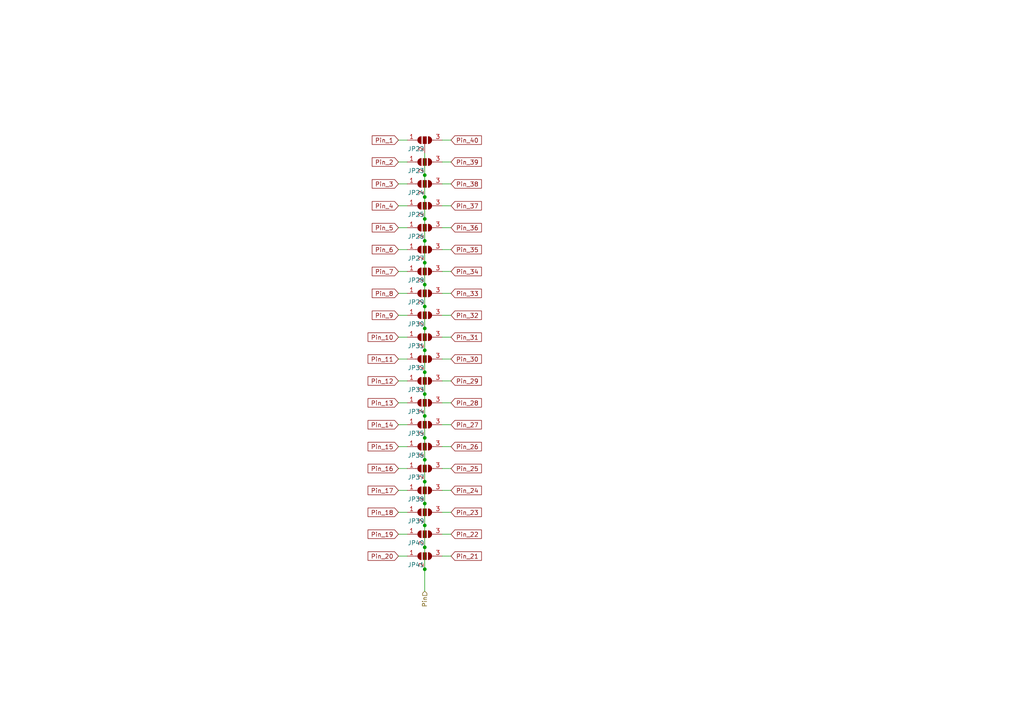
<source format=kicad_sch>
(kicad_sch (version 20221206) (generator eeschema)
  (paper "A4")
  (lib_symbols
    (symbol "Jumper:SolderJumper_3_Open" (pin_names (offset 0) hide)
      (property "Reference" "JP" (at -2.54 -2.54 0))
      (property "Value" "SolderJumper_3_Open" (at 0 2.794 0))
      (symbol "SolderJumper_3_Open_0_1"
        (arc (start -1.016 1.016) (mid -2.0276 0) (end -1.016 -1.016))
        (arc (start -1.016 1.016) (mid -2.0276 0) (end -1.016 -1.016) (fill (type outline)))
        (rectangle (start -0.508 1.016) (end 0.508 -1.016) (fill (type outline)))
        (polyline (pts (xy -2.54 0) (xy -2.032 0)))
        (polyline (pts (xy -1.016 1.016) (xy -1.016 -1.016)))
        (polyline (pts (xy 0 -1.27) (xy 0 -1.016)))
        (polyline (pts (xy 1.016 1.016) (xy 1.016 -1.016)))
        (polyline (pts (xy 2.54 0) (xy 2.032 0)))
        (arc (start 1.016 -1.016) (mid 2.0276 0) (end 1.016 1.016))
        (arc (start 1.016 -1.016) (mid 2.0276 0) (end 1.016 1.016) (fill (type outline)))
      )
      (symbol "SolderJumper_3_Open_1_1"
        (pin passive line (at -5.08 0 0) (length 2.54) (name "A") (number "1"))
        (pin passive line (at 0 -3.81 90) (length 2.54) (name "C") (number "2"))
        (pin passive line (at 5.08 0 180) (length 2.54) (name "B") (number "3"))
      )
    )
  )
  (junction (at 123.19 63.5))
  (junction (at 123.19 127))
  (junction (at 123.19 133.35))
  (junction (at 123.19 152.4))
  (junction (at 123.19 95.25))
  (junction (at 123.19 139.7))
  (junction (at 123.19 88.9))
  (junction (at 123.19 69.85))
  (junction (at 123.19 146.05))
  (junction (at 123.19 158.75))
  (junction (at 123.19 57.15))
  (junction (at 123.19 82.55))
  (junction (at 123.19 76.2))
  (junction (at 123.19 50.8))
  (junction (at 123.19 165.1))
  (junction (at 123.19 107.95))
  (junction (at 123.19 114.3))
  (junction (at 123.19 101.6))
  (junction (at 123.19 120.65))
  (wire (pts (xy 115.57 59.69) (xy 118.11 59.69)))
  (wire (pts (xy 128.27 154.94) (xy 130.81 154.94)))
  (wire (pts (xy 123.19 95.25) (xy 123.19 101.6)))
  (wire (pts (xy 128.27 142.24) (xy 130.81 142.24)))
  (wire (pts (xy 115.57 116.84) (xy 118.11 116.84)))
  (wire (pts (xy 115.57 154.94) (xy 118.11 154.94)))
  (wire (pts (xy 115.57 53.34) (xy 118.11 53.34)))
  (wire (pts (xy 115.57 97.79) (xy 118.11 97.79)))
  (wire (pts (xy 123.19 69.85) (xy 123.19 76.2)))
  (wire (pts (xy 115.57 91.44) (xy 118.11 91.44)))
  (wire (pts (xy 115.57 129.54) (xy 118.11 129.54)))
  (wire (pts (xy 123.19 107.95) (xy 123.19 114.3)))
  (wire (pts (xy 123.19 63.5) (xy 123.19 69.85)))
  (wire (pts (xy 128.27 46.99) (xy 130.81 46.99)))
  (wire (pts (xy 123.19 114.3) (xy 123.19 120.65)))
  (wire (pts (xy 128.27 59.69) (xy 130.81 59.69)))
  (wire (pts (xy 115.57 161.29) (xy 118.11 161.29)))
  (wire (pts (xy 128.27 91.44) (xy 130.81 91.44)))
  (wire (pts (xy 128.27 129.54) (xy 130.81 129.54)))
  (wire (pts (xy 128.27 78.74) (xy 130.81 78.74)))
  (wire (pts (xy 128.27 110.49) (xy 130.81 110.49)))
  (wire (pts (xy 123.19 76.2) (xy 123.19 82.55)))
  (wire (pts (xy 128.27 40.64) (xy 130.81 40.64)))
  (wire (pts (xy 123.19 101.6) (xy 123.19 107.95)))
  (wire (pts (xy 115.57 135.89) (xy 118.11 135.89)))
  (wire (pts (xy 123.19 146.05) (xy 123.19 152.4)))
  (wire (pts (xy 115.57 78.74) (xy 118.11 78.74)))
  (wire (pts (xy 128.27 123.19) (xy 130.81 123.19)))
  (wire (pts (xy 128.27 66.04) (xy 130.81 66.04)))
  (wire (pts (xy 128.27 97.79) (xy 130.81 97.79)))
  (wire (pts (xy 115.57 85.09) (xy 118.11 85.09)))
  (wire (pts (xy 128.27 53.34) (xy 130.81 53.34)))
  (wire (pts (xy 123.19 165.1) (xy 123.19 171.45)))
  (wire (pts (xy 123.19 44.45) (xy 123.19 50.8)))
  (wire (pts (xy 115.57 46.99) (xy 118.11 46.99)))
  (wire (pts (xy 123.19 152.4) (xy 123.19 158.75)))
  (wire (pts (xy 128.27 116.84) (xy 130.81 116.84)))
  (wire (pts (xy 115.57 72.39) (xy 118.11 72.39)))
  (wire (pts (xy 115.57 123.19) (xy 118.11 123.19)))
  (wire (pts (xy 115.57 148.59) (xy 118.11 148.59)))
  (wire (pts (xy 123.19 139.7) (xy 123.19 146.05)))
  (wire (pts (xy 123.19 50.8) (xy 123.19 57.15)))
  (wire (pts (xy 123.19 57.15) (xy 123.19 63.5)))
  (wire (pts (xy 123.19 120.65) (xy 123.19 127)))
  (wire (pts (xy 123.19 158.75) (xy 123.19 165.1)))
  (wire (pts (xy 123.19 127) (xy 123.19 133.35)))
  (wire (pts (xy 123.19 88.9) (xy 123.19 95.25)))
  (wire (pts (xy 115.57 66.04) (xy 118.11 66.04)))
  (wire (pts (xy 123.19 133.35) (xy 123.19 139.7)))
  (wire (pts (xy 128.27 85.09) (xy 130.81 85.09)))
  (wire (pts (xy 128.27 135.89) (xy 130.81 135.89)))
  (wire (pts (xy 115.57 40.64) (xy 118.11 40.64)))
  (wire (pts (xy 123.19 82.55) (xy 123.19 88.9)))
  (wire (pts (xy 128.27 104.14) (xy 130.81 104.14)))
  (wire (pts (xy 128.27 72.39) (xy 130.81 72.39)))
  (wire (pts (xy 115.57 104.14) (xy 118.11 104.14)))
  (wire (pts (xy 115.57 142.24) (xy 118.11 142.24)))
  (wire (pts (xy 128.27 161.29) (xy 130.81 161.29)))
  (wire (pts (xy 128.27 148.59) (xy 130.81 148.59)))
  (wire (pts (xy 115.57 110.49) (xy 118.11 110.49)))
  (global_label "Pin_21" (shape input) (at 130.81 161.29 0) (property "Intersheetrefs" "${INTERSHEET_REFS}" (effects hide)))
  (global_label "Pin_3" (shape input) (at 115.57 53.34 180) (property "Intersheetrefs" "${INTERSHEET_REFS}" (effects hide)))
  (global_label "Pin_9" (shape input) (at 115.57 91.44 180) (property "Intersheetrefs" "${INTERSHEET_REFS}" (effects hide)))
  (global_label "Pin_32" (shape input) (at 130.81 91.44 0) (property "Intersheetrefs" "${INTERSHEET_REFS}" (effects hide)))
  (global_label "Pin_29" (shape input) (at 130.81 110.49 0) (property "Intersheetrefs" "${INTERSHEET_REFS}" (effects hide)))
  (global_label "Pin_20" (shape input) (at 115.57 161.29 180) (property "Intersheetrefs" "${INTERSHEET_REFS}" (effects hide)))
  (global_label "Pin_37" (shape input) (at 130.81 59.69 0) (property "Intersheetrefs" "${INTERSHEET_REFS}" (effects hide)))
  (global_label "Pin_14" (shape input) (at 115.57 123.19 180) (property "Intersheetrefs" "${INTERSHEET_REFS}" (effects hide)))
  (global_label "Pin_16" (shape input) (at 115.57 135.89 180) (property "Intersheetrefs" "${INTERSHEET_REFS}" (effects hide)))
  (global_label "Pin_27" (shape input) (at 130.81 123.19 0) (property "Intersheetrefs" "${INTERSHEET_REFS}" (effects hide)))
  (global_label "Pin_33" (shape input) (at 130.81 85.09 0) (property "Intersheetrefs" "${INTERSHEET_REFS}" (effects hide)))
  (global_label "Pin_25" (shape input) (at 130.81 135.89 0) (property "Intersheetrefs" "${INTERSHEET_REFS}" (effects hide)))
  (global_label "Pin_26" (shape input) (at 130.81 129.54 0) (property "Intersheetrefs" "${INTERSHEET_REFS}" (effects hide)))
  (global_label "Pin_38" (shape input) (at 130.81 53.34 0) (property "Intersheetrefs" "${INTERSHEET_REFS}" (effects hide)))
  (global_label "Pin_5" (shape input) (at 115.57 66.04 180) (property "Intersheetrefs" "${INTERSHEET_REFS}" (effects hide)))
  (global_label "Pin_4" (shape input) (at 115.57 59.69 180) (property "Intersheetrefs" "${INTERSHEET_REFS}" (effects hide)))
  (global_label "Pin_12" (shape input) (at 115.57 110.49 180) (property "Intersheetrefs" "${INTERSHEET_REFS}" (effects hide)))
  (global_label "Pin_13" (shape input) (at 115.57 116.84 180) (property "Intersheetrefs" "${INTERSHEET_REFS}" (effects hide)))
  (global_label "Pin_6" (shape input) (at 115.57 72.39 180) (property "Intersheetrefs" "${INTERSHEET_REFS}" (effects hide)))
  (global_label "Pin_35" (shape input) (at 130.81 72.39 0) (property "Intersheetrefs" "${INTERSHEET_REFS}" (effects hide)))
  (global_label "Pin_28" (shape input) (at 130.81 116.84 0) (property "Intersheetrefs" "${INTERSHEET_REFS}" (effects hide)))
  (global_label "Pin_19" (shape input) (at 115.57 154.94 180) (property "Intersheetrefs" "${INTERSHEET_REFS}" (effects hide)))
  (global_label "Pin_22" (shape input) (at 130.81 154.94 0) (property "Intersheetrefs" "${INTERSHEET_REFS}" (effects hide)))
  (global_label "Pin_11" (shape input) (at 115.57 104.14 180) (property "Intersheetrefs" "${INTERSHEET_REFS}" (effects hide)))
  (global_label "Pin_2" (shape input) (at 115.57 46.99 180) (property "Intersheetrefs" "${INTERSHEET_REFS}" (effects hide)))
  (global_label "Pin_39" (shape input) (at 130.81 46.99 0) (property "Intersheetrefs" "${INTERSHEET_REFS}" (effects hide)))
  (global_label "Pin_34" (shape input) (at 130.81 78.74 0) (property "Intersheetrefs" "${INTERSHEET_REFS}" (effects hide)))
  (global_label "Pin_30" (shape input) (at 130.81 104.14 0) (property "Intersheetrefs" "${INTERSHEET_REFS}" (effects hide)))
  (global_label "Pin_8" (shape input) (at 115.57 85.09 180) (property "Intersheetrefs" "${INTERSHEET_REFS}" (effects hide)))
  (global_label "Pin_18" (shape input) (at 115.57 148.59 180) (property "Intersheetrefs" "${INTERSHEET_REFS}" (effects hide)))
  (global_label "Pin_24" (shape input) (at 130.81 142.24 0) (property "Intersheetrefs" "${INTERSHEET_REFS}" (effects hide)))
  (global_label "Pin_10" (shape input) (at 115.57 97.79 180) (property "Intersheetrefs" "${INTERSHEET_REFS}" (effects hide)))
  (global_label "Pin_31" (shape input) (at 130.81 97.79 0) (property "Intersheetrefs" "${INTERSHEET_REFS}" (effects hide)))
  (global_label "Pin_1" (shape input) (at 115.57 40.64 180) (property "Intersheetrefs" "${INTERSHEET_REFS}" (effects hide)))
  (global_label "Pin_23" (shape input) (at 130.81 148.59 0) (property "Intersheetrefs" "${INTERSHEET_REFS}" (effects hide)))
  (global_label "Pin_40" (shape input) (at 130.81 40.64 0) (property "Intersheetrefs" "${INTERSHEET_REFS}" (effects hide)))
  (global_label "Pin_15" (shape input) (at 115.57 129.54 180) (property "Intersheetrefs" "${INTERSHEET_REFS}" (effects hide)))
  (global_label "Pin_17" (shape input) (at 115.57 142.24 180) (property "Intersheetrefs" "${INTERSHEET_REFS}" (effects hide)))
  (global_label "Pin_7" (shape input) (at 115.57 78.74 180) (property "Intersheetrefs" "${INTERSHEET_REFS}" (effects hide)))
  (global_label "Pin_36" (shape input) (at 130.81 66.04 0) (property "Intersheetrefs" "${INTERSHEET_REFS}" (effects hide)))
  (hierarchical_label "Pin" (shape input) (at 123.19 171.45 270))
  (symbol (lib_id "Jumper:SolderJumper_3_Open") (at 123.19 85.09 0) (unit 1)
    (property "Reference" "JP29" (at 120.65 87.63 0))
    (property "Value" "SolderJumper_3_Open" (effects hide))
    (property "Footprint" "Custom:SolderJumper-mini-3" (effects hide))
    (instances (project "dmd_hub" (path "" (reference "JP29") (unit 1)) (path "" (reference "JP9") (unit 1)) (path "" (reference "JP49") (unit 1)) (path "" (reference "JP69") (unit 1)) (path "" (reference "JP89") (unit 1)) (path "" (reference "JP109") (unit 1)) (path "" (reference "JP129") (unit 1)) (path "" (reference "JP149") (unit 1)) (path "" (reference "JP169") (unit 1)) (path "" (reference "JP189") (unit 1)) (path "" (reference "JP209") (unit 1)) (path "" (reference "JP229") (unit 1)) (path "" (reference "JP249") (unit 1)) (path "" (reference "JP269") (unit 1)) (path "" (reference "JP289") (unit 1)) (path "" (reference "JP309") (unit 1))))
  )
  (symbol (lib_id "Jumper:SolderJumper_3_Open") (at 123.19 135.89 0) (unit 1)
    (property "Reference" "JP37" (at 120.65 138.43 0))
    (property "Value" "SolderJumper_3_Open" (effects hide))
    (property "Footprint" "Custom:SolderJumper-mini-3" (effects hide))
    (instances (project "dmd_hub" (path "" (reference "JP37") (unit 1)) (path "" (reference "JP17") (unit 1)) (path "" (reference "JP57") (unit 1)) (path "" (reference "JP77") (unit 1)) (path "" (reference "JP97") (unit 1)) (path "" (reference "JP117") (unit 1)) (path "" (reference "JP137") (unit 1)) (path "" (reference "JP157") (unit 1)) (path "" (reference "JP177") (unit 1)) (path "" (reference "JP197") (unit 1)) (path "" (reference "JP217") (unit 1)) (path "" (reference "JP237") (unit 1)) (path "" (reference "JP257") (unit 1)) (path "" (reference "JP277") (unit 1)) (path "" (reference "JP297") (unit 1)) (path "" (reference "JP317") (unit 1))))
  )
  (symbol (lib_id "Jumper:SolderJumper_3_Open") (at 123.19 40.64 0) (unit 1)
    (property "Reference" "JP22" (at 120.65 43.18 0))
    (property "Value" "SolderJumper_3_Open" (effects hide))
    (property "Footprint" "Custom:SolderJumper-mini-3" (effects hide))
    (instances (project "dmd_hub" (path "" (reference "JP22") (unit 1)) (path "" (reference "JP2") (unit 1)) (path "" (reference "JP42") (unit 1)) (path "" (reference "JP62") (unit 1)) (path "" (reference "JP82") (unit 1)) (path "" (reference "JP102") (unit 1)) (path "" (reference "JP122") (unit 1)) (path "" (reference "JP142") (unit 1)) (path "" (reference "JP162") (unit 1)) (path "" (reference "JP182") (unit 1)) (path "" (reference "JP202") (unit 1)) (path "" (reference "JP222") (unit 1)) (path "" (reference "JP242") (unit 1)) (path "" (reference "JP262") (unit 1)) (path "" (reference "JP282") (unit 1)) (path "" (reference "JP302") (unit 1))))
  )
  (symbol (lib_id "Jumper:SolderJumper_3_Open") (at 123.19 123.19 0) (unit 1)
    (property "Reference" "JP35" (at 120.65 125.73 0))
    (property "Value" "SolderJumper_3_Open" (effects hide))
    (property "Footprint" "Custom:SolderJumper-mini-3" (effects hide))
    (instances (project "dmd_hub" (path "" (reference "JP35") (unit 1)) (path "" (reference "JP15") (unit 1)) (path "" (reference "JP55") (unit 1)) (path "" (reference "JP75") (unit 1)) (path "" (reference "JP95") (unit 1)) (path "" (reference "JP115") (unit 1)) (path "" (reference "JP135") (unit 1)) (path "" (reference "JP155") (unit 1)) (path "" (reference "JP175") (unit 1)) (path "" (reference "JP195") (unit 1)) (path "" (reference "JP215") (unit 1)) (path "" (reference "JP235") (unit 1)) (path "" (reference "JP255") (unit 1)) (path "" (reference "JP275") (unit 1)) (path "" (reference "JP295") (unit 1)) (path "" (reference "JP315") (unit 1))))
  )
  (symbol (lib_id "Jumper:SolderJumper_3_Open") (at 123.19 97.79 0) (unit 1)
    (property "Reference" "JP31" (at 120.65 100.33 0))
    (property "Value" "SolderJumper_3_Open" (effects hide))
    (property "Footprint" "Custom:SolderJumper-mini-3" (effects hide))
    (instances (project "dmd_hub" (path "" (reference "JP31") (unit 1)) (path "" (reference "JP11") (unit 1)) (path "" (reference "JP51") (unit 1)) (path "" (reference "JP71") (unit 1)) (path "" (reference "JP91") (unit 1)) (path "" (reference "JP111") (unit 1)) (path "" (reference "JP131") (unit 1)) (path "" (reference "JP151") (unit 1)) (path "" (reference "JP171") (unit 1)) (path "" (reference "JP191") (unit 1)) (path "" (reference "JP211") (unit 1)) (path "" (reference "JP231") (unit 1)) (path "" (reference "JP251") (unit 1)) (path "" (reference "JP271") (unit 1)) (path "" (reference "JP291") (unit 1)) (path "" (reference "JP311") (unit 1))))
  )
  (symbol (lib_id "Jumper:SolderJumper_3_Open") (at 123.19 72.39 0) (unit 1)
    (property "Reference" "JP27" (at 120.65 74.93 0))
    (property "Value" "SolderJumper_3_Open" (effects hide))
    (property "Footprint" "Custom:SolderJumper-mini-3" (effects hide))
    (instances (project "dmd_hub" (path "" (reference "JP27") (unit 1)) (path "" (reference "JP7") (unit 1)) (path "" (reference "JP47") (unit 1)) (path "" (reference "JP67") (unit 1)) (path "" (reference "JP87") (unit 1)) (path "" (reference "JP107") (unit 1)) (path "" (reference "JP127") (unit 1)) (path "" (reference "JP147") (unit 1)) (path "" (reference "JP167") (unit 1)) (path "" (reference "JP187") (unit 1)) (path "" (reference "JP207") (unit 1)) (path "" (reference "JP227") (unit 1)) (path "" (reference "JP247") (unit 1)) (path "" (reference "JP267") (unit 1)) (path "" (reference "JP287") (unit 1)) (path "" (reference "JP307") (unit 1))))
  )
  (symbol (lib_id "Jumper:SolderJumper_3_Open") (at 123.19 46.99 0) (unit 1)
    (property "Reference" "JP23" (at 120.65 49.53 0))
    (property "Value" "SolderJumper_3_Open" (effects hide))
    (property "Footprint" "Custom:SolderJumper-mini-3" (effects hide))
    (instances (project "dmd_hub" (path "" (reference "JP23") (unit 1)) (path "" (reference "JP3") (unit 1)) (path "" (reference "JP43") (unit 1)) (path "" (reference "JP63") (unit 1)) (path "" (reference "JP83") (unit 1)) (path "" (reference "JP103") (unit 1)) (path "" (reference "JP123") (unit 1)) (path "" (reference "JP143") (unit 1)) (path "" (reference "JP163") (unit 1)) (path "" (reference "JP183") (unit 1)) (path "" (reference "JP203") (unit 1)) (path "" (reference "JP223") (unit 1)) (path "" (reference "JP243") (unit 1)) (path "" (reference "JP263") (unit 1)) (path "" (reference "JP283") (unit 1)) (path "" (reference "JP303") (unit 1))))
  )
  (symbol (lib_id "Jumper:SolderJumper_3_Open") (at 123.19 129.54 0) (unit 1)
    (property "Reference" "JP36" (at 120.65 132.08 0))
    (property "Value" "SolderJumper_3_Open" (effects hide))
    (property "Footprint" "Custom:SolderJumper-mini-3" (effects hide))
    (instances (project "dmd_hub" (path "" (reference "JP36") (unit 1)) (path "" (reference "JP16") (unit 1)) (path "" (reference "JP56") (unit 1)) (path "" (reference "JP76") (unit 1)) (path "" (reference "JP96") (unit 1)) (path "" (reference "JP116") (unit 1)) (path "" (reference "JP136") (unit 1)) (path "" (reference "JP156") (unit 1)) (path "" (reference "JP176") (unit 1)) (path "" (reference "JP196") (unit 1)) (path "" (reference "JP216") (unit 1)) (path "" (reference "JP236") (unit 1)) (path "" (reference "JP256") (unit 1)) (path "" (reference "JP276") (unit 1)) (path "" (reference "JP296") (unit 1)) (path "" (reference "JP316") (unit 1))))
  )
  (symbol (lib_id "Jumper:SolderJumper_3_Open") (at 123.19 116.84 0) (unit 1)
    (property "Reference" "JP34" (at 120.65 119.38 0))
    (property "Value" "SolderJumper_3_Open" (effects hide))
    (property "Footprint" "Custom:SolderJumper-mini-3" (effects hide))
    (instances (project "dmd_hub" (path "" (reference "JP34") (unit 1)) (path "" (reference "JP14") (unit 1)) (path "" (reference "JP54") (unit 1)) (path "" (reference "JP74") (unit 1)) (path "" (reference "JP94") (unit 1)) (path "" (reference "JP114") (unit 1)) (path "" (reference "JP134") (unit 1)) (path "" (reference "JP154") (unit 1)) (path "" (reference "JP174") (unit 1)) (path "" (reference "JP194") (unit 1)) (path "" (reference "JP214") (unit 1)) (path "" (reference "JP234") (unit 1)) (path "" (reference "JP254") (unit 1)) (path "" (reference "JP274") (unit 1)) (path "" (reference "JP294") (unit 1)) (path "" (reference "JP314") (unit 1))))
  )
  (symbol (lib_id "Jumper:SolderJumper_3_Open") (at 123.19 148.59 0) (unit 1)
    (property "Reference" "JP39" (at 120.65 151.13 0))
    (property "Value" "SolderJumper_3_Open" (effects hide))
    (property "Footprint" "Custom:SolderJumper-mini-3" (effects hide))
    (instances (project "dmd_hub" (path "" (reference "JP39") (unit 1)) (path "" (reference "JP19") (unit 1)) (path "" (reference "JP59") (unit 1)) (path "" (reference "JP79") (unit 1)) (path "" (reference "JP99") (unit 1)) (path "" (reference "JP119") (unit 1)) (path "" (reference "JP139") (unit 1)) (path "" (reference "JP159") (unit 1)) (path "" (reference "JP179") (unit 1)) (path "" (reference "JP199") (unit 1)) (path "" (reference "JP219") (unit 1)) (path "" (reference "JP239") (unit 1)) (path "" (reference "JP259") (unit 1)) (path "" (reference "JP279") (unit 1)) (path "" (reference "JP299") (unit 1)) (path "" (reference "JP319") (unit 1))))
  )
  (symbol (lib_id "Jumper:SolderJumper_3_Open") (at 123.19 142.24 0) (unit 1)
    (property "Reference" "JP38" (at 120.65 144.78 0))
    (property "Value" "SolderJumper_3_Open" (effects hide))
    (property "Footprint" "Custom:SolderJumper-mini-3" (effects hide))
    (instances (project "dmd_hub" (path "" (reference "JP38") (unit 1)) (path "" (reference "JP18") (unit 1)) (path "" (reference "JP58") (unit 1)) (path "" (reference "JP78") (unit 1)) (path "" (reference "JP98") (unit 1)) (path "" (reference "JP118") (unit 1)) (path "" (reference "JP138") (unit 1)) (path "" (reference "JP158") (unit 1)) (path "" (reference "JP178") (unit 1)) (path "" (reference "JP198") (unit 1)) (path "" (reference "JP218") (unit 1)) (path "" (reference "JP238") (unit 1)) (path "" (reference "JP258") (unit 1)) (path "" (reference "JP278") (unit 1)) (path "" (reference "JP298") (unit 1)) (path "" (reference "JP318") (unit 1))))
  )
  (symbol (lib_id "Jumper:SolderJumper_3_Open") (at 123.19 53.34 0) (unit 1)
    (property "Reference" "JP24" (at 120.65 55.88 0))
    (property "Value" "SolderJumper_3_Open" (effects hide))
    (property "Footprint" "Custom:SolderJumper-mini-3" (effects hide))
    (instances (project "dmd_hub" (path "" (reference "JP24") (unit 1)) (path "" (reference "JP4") (unit 1)) (path "" (reference "JP44") (unit 1)) (path "" (reference "JP64") (unit 1)) (path "" (reference "JP84") (unit 1)) (path "" (reference "JP104") (unit 1)) (path "" (reference "JP124") (unit 1)) (path "" (reference "JP144") (unit 1)) (path "" (reference "JP164") (unit 1)) (path "" (reference "JP184") (unit 1)) (path "" (reference "JP204") (unit 1)) (path "" (reference "JP224") (unit 1)) (path "" (reference "JP244") (unit 1)) (path "" (reference "JP264") (unit 1)) (path "" (reference "JP284") (unit 1)) (path "" (reference "JP304") (unit 1))))
  )
  (symbol (lib_id "Jumper:SolderJumper_3_Open") (at 123.19 91.44 0) (unit 1)
    (property "Reference" "JP30" (at 120.65 93.98 0))
    (property "Value" "SolderJumper_3_Open" (effects hide))
    (property "Footprint" "Custom:SolderJumper-mini-3" (effects hide))
    (instances (project "dmd_hub" (path "" (reference "JP30") (unit 1)) (path "" (reference "JP10") (unit 1)) (path "" (reference "JP50") (unit 1)) (path "" (reference "JP70") (unit 1)) (path "" (reference "JP90") (unit 1)) (path "" (reference "JP110") (unit 1)) (path "" (reference "JP130") (unit 1)) (path "" (reference "JP150") (unit 1)) (path "" (reference "JP170") (unit 1)) (path "" (reference "JP190") (unit 1)) (path "" (reference "JP210") (unit 1)) (path "" (reference "JP230") (unit 1)) (path "" (reference "JP250") (unit 1)) (path "" (reference "JP270") (unit 1)) (path "" (reference "JP290") (unit 1)) (path "" (reference "JP310") (unit 1))))
  )
  (symbol (lib_id "Jumper:SolderJumper_3_Open") (at 123.19 161.29 0) (unit 1)
    (property "Reference" "JP41" (at 120.65 163.83 0))
    (property "Value" "SolderJumper_3_Open" (effects hide))
    (property "Footprint" "Custom:SolderJumper-mini-3" (effects hide))
    (instances (project "dmd_hub" (path "" (reference "JP41") (unit 1)) (path "" (reference "JP21") (unit 1)) (path "" (reference "JP61") (unit 1)) (path "" (reference "JP81") (unit 1)) (path "" (reference "JP101") (unit 1)) (path "" (reference "JP121") (unit 1)) (path "" (reference "JP141") (unit 1)) (path "" (reference "JP161") (unit 1)) (path "" (reference "JP181") (unit 1)) (path "" (reference "JP201") (unit 1)) (path "" (reference "JP221") (unit 1)) (path "" (reference "JP241") (unit 1)) (path "" (reference "JP261") (unit 1)) (path "" (reference "JP281") (unit 1)) (path "" (reference "JP301") (unit 1)) (path "" (reference "JP321") (unit 1))))
  )
  (symbol (lib_id "Jumper:SolderJumper_3_Open") (at 123.19 66.04 0) (unit 1)
    (property "Reference" "JP26" (at 120.65 68.58 0))
    (property "Value" "SolderJumper_3_Open" (effects hide))
    (property "Footprint" "Custom:SolderJumper-mini-3" (effects hide))
    (instances (project "dmd_hub" (path "" (reference "JP26") (unit 1)) (path "" (reference "JP6") (unit 1)) (path "" (reference "JP46") (unit 1)) (path "" (reference "JP66") (unit 1)) (path "" (reference "JP86") (unit 1)) (path "" (reference "JP106") (unit 1)) (path "" (reference "JP126") (unit 1)) (path "" (reference "JP146") (unit 1)) (path "" (reference "JP166") (unit 1)) (path "" (reference "JP186") (unit 1)) (path "" (reference "JP206") (unit 1)) (path "" (reference "JP226") (unit 1)) (path "" (reference "JP246") (unit 1)) (path "" (reference "JP266") (unit 1)) (path "" (reference "JP286") (unit 1)) (path "" (reference "JP306") (unit 1))))
  )
  (symbol (lib_id "Jumper:SolderJumper_3_Open") (at 123.19 154.94 0) (unit 1)
    (property "Reference" "JP40" (at 120.65 157.48 0))
    (property "Value" "SolderJumper_3_Open" (effects hide))
    (property "Footprint" "Custom:SolderJumper-mini-3" (effects hide))
    (instances (project "dmd_hub" (path "" (reference "JP40") (unit 1)) (path "" (reference "JP20") (unit 1)) (path "" (reference "JP60") (unit 1)) (path "" (reference "JP80") (unit 1)) (path "" (reference "JP100") (unit 1)) (path "" (reference "JP120") (unit 1)) (path "" (reference "JP140") (unit 1)) (path "" (reference "JP160") (unit 1)) (path "" (reference "JP180") (unit 1)) (path "" (reference "JP200") (unit 1)) (path "" (reference "JP220") (unit 1)) (path "" (reference "JP240") (unit 1)) (path "" (reference "JP260") (unit 1)) (path "" (reference "JP280") (unit 1)) (path "" (reference "JP300") (unit 1)) (path "" (reference "JP320") (unit 1))))
  )
  (symbol (lib_id "Jumper:SolderJumper_3_Open") (at 123.19 104.14 0) (unit 1)
    (property "Reference" "JP32" (at 120.65 106.68 0))
    (property "Value" "SolderJumper_3_Open" (effects hide))
    (property "Footprint" "Custom:SolderJumper-mini-3" (effects hide))
    (instances (project "dmd_hub" (path "" (reference "JP32") (unit 1)) (path "" (reference "JP12") (unit 1)) (path "" (reference "JP52") (unit 1)) (path "" (reference "JP72") (unit 1)) (path "" (reference "JP92") (unit 1)) (path "" (reference "JP112") (unit 1)) (path "" (reference "JP132") (unit 1)) (path "" (reference "JP152") (unit 1)) (path "" (reference "JP172") (unit 1)) (path "" (reference "JP192") (unit 1)) (path "" (reference "JP212") (unit 1)) (path "" (reference "JP232") (unit 1)) (path "" (reference "JP252") (unit 1)) (path "" (reference "JP272") (unit 1)) (path "" (reference "JP292") (unit 1)) (path "" (reference "JP312") (unit 1))))
  )
  (symbol (lib_id "Jumper:SolderJumper_3_Open") (at 123.19 110.49 0) (unit 1)
    (property "Reference" "JP33" (at 120.65 113.03 0))
    (property "Value" "SolderJumper_3_Open" (effects hide))
    (property "Footprint" "Custom:SolderJumper-mini-3" (effects hide))
    (instances (project "dmd_hub" (path "" (reference "JP33") (unit 1)) (path "" (reference "JP13") (unit 1)) (path "" (reference "JP53") (unit 1)) (path "" (reference "JP73") (unit 1)) (path "" (reference "JP93") (unit 1)) (path "" (reference "JP113") (unit 1)) (path "" (reference "JP133") (unit 1)) (path "" (reference "JP153") (unit 1)) (path "" (reference "JP173") (unit 1)) (path "" (reference "JP193") (unit 1)) (path "" (reference "JP213") (unit 1)) (path "" (reference "JP233") (unit 1)) (path "" (reference "JP253") (unit 1)) (path "" (reference "JP273") (unit 1)) (path "" (reference "JP293") (unit 1)) (path "" (reference "JP313") (unit 1))))
  )
  (symbol (lib_id "Jumper:SolderJumper_3_Open") (at 123.19 59.69 0) (unit 1)
    (property "Reference" "JP25" (at 120.65 62.23 0))
    (property "Value" "SolderJumper_3_Open" (effects hide))
    (property "Footprint" "Custom:SolderJumper-mini-3" (effects hide))
    (instances (project "dmd_hub" (path "" (reference "JP25") (unit 1)) (path "" (reference "JP5") (unit 1)) (path "" (reference "JP45") (unit 1)) (path "" (reference "JP65") (unit 1)) (path "" (reference "JP85") (unit 1)) (path "" (reference "JP105") (unit 1)) (path "" (reference "JP125") (unit 1)) (path "" (reference "JP145") (unit 1)) (path "" (reference "JP165") (unit 1)) (path "" (reference "JP185") (unit 1)) (path "" (reference "JP205") (unit 1)) (path "" (reference "JP225") (unit 1)) (path "" (reference "JP245") (unit 1)) (path "" (reference "JP265") (unit 1)) (path "" (reference "JP285") (unit 1)) (path "" (reference "JP305") (unit 1))))
  )
  (symbol (lib_id "Jumper:SolderJumper_3_Open") (at 123.19 78.74 0) (unit 1)
    (property "Reference" "JP28" (at 120.65 81.28 0))
    (property "Value" "SolderJumper_3_Open" (effects hide))
    (property "Footprint" "Custom:SolderJumper-mini-3" (effects hide))
    (instances (project "dmd_hub" (path "" (reference "JP28") (unit 1)) (path "" (reference "JP8") (unit 1)) (path "" (reference "JP48") (unit 1)) (path "" (reference "JP68") (unit 1)) (path "" (reference "JP88") (unit 1)) (path "" (reference "JP108") (unit 1)) (path "" (reference "JP128") (unit 1)) (path "" (reference "JP148") (unit 1)) (path "" (reference "JP168") (unit 1)) (path "" (reference "JP188") (unit 1)) (path "" (reference "JP208") (unit 1)) (path "" (reference "JP228") (unit 1)) (path "" (reference "JP248") (unit 1)) (path "" (reference "JP268") (unit 1)) (path "" (reference "JP288") (unit 1)) (path "" (reference "JP308") (unit 1))))
  )
)
</source>
